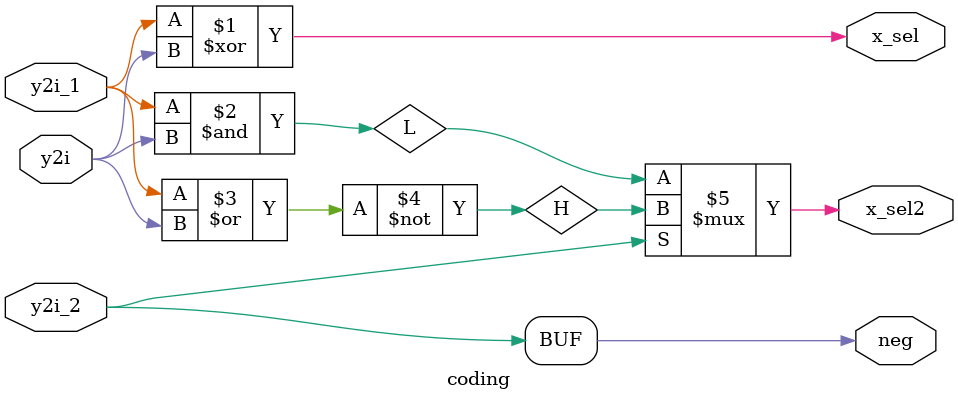
<source format=v>
module coding(y2i_1,y2i,y2i_2,x_sel,x_sel2,neg);
input wire y2i_1,y2i,y2i_2;
output x_sel,x_sel2,neg;

assign x_sel= y2i_1^y2i;
assign neg = y2i_2;

wire L,H;
assign L=y2i_1&y2i;
nor (H,y2i_1,y2i);

assign x_sel2=y2i_2? H:L;
endmodule

</source>
